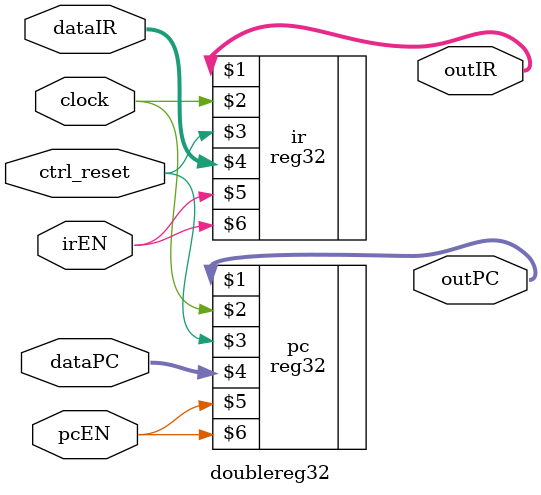
<source format=v>
module doublereg32 (
    outIR,
    outPC,
	clock,
	ctrl_reset,
	dataIR,
    dataPC,
    irEN, pcEN //write enable
);

    input clock, irEN, ctrl_reset, pcEN;
	input [31:0] dataIR, dataPC;
    output[31:0] outIR, outPC;

    reg32 ir(outIR, clock, ctrl_reset, dataIR, irEN, irEN);
    reg32 pc(outPC, clock, ctrl_reset, dataPC, pcEN, pcEN);


endmodule
</source>
